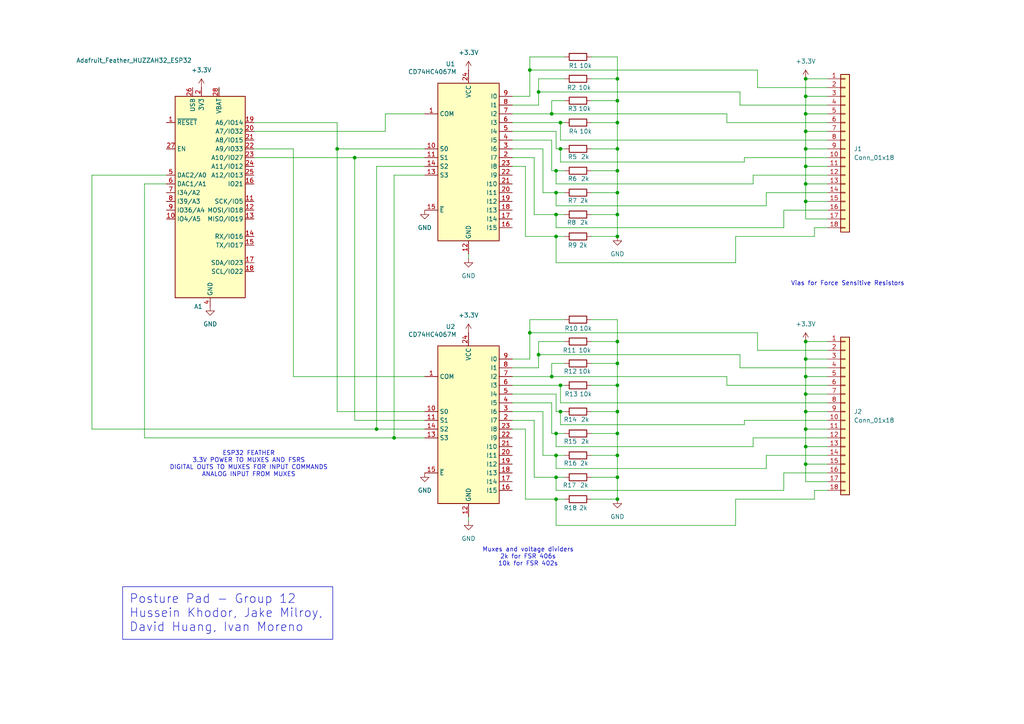
<source format=kicad_sch>
(kicad_sch (version 20231120) (generator "eeschema") (generator_version "8.0")
  (paper "A4")
  (title_block (title "Posture Pad - Group 12") (date "11/19/2025") (rev "1") (company "Portland State University"))
  (lib_symbols
    (symbol "74xx:CD74HC4067M"
      (property "Reference" "U" (at -8.89 22.86 0))
      (property "Value" "CD74HC4067M" (at 1.27 22.86 0))
      (symbol "CD74HC4067M_0_1"
        (rectangle (start -8.89 21.59) (end 8.89 -24.13) (stroke (width 0.254)) (fill (type background)))
      )
      (symbol "CD74HC4067M_1_1"
        (pin passive line (at -12.7 12.7 0) (length 3.81) (name "COM") (number "1"))
        (pin input line (at -12.7 2.54 0) (length 3.81) (name "S0") (number "10"))
        (pin input line (at -12.7 0 0) (length 3.81) (name "S1") (number "11"))
        (pin power_in line (at 0 -27.94 90) (length 3.81) (name "GND") (number "12"))
        (pin input line (at -12.7 -5.08 0) (length 3.81) (name "S3") (number "13"))
        (pin input line (at -12.7 -2.54 0) (length 3.81) (name "S2") (number "14"))
        (pin input line (at -12.7 -15.24 0) (length 3.81) (name "~{E}") (number "15"))
        (pin passive line (at 12.7 -20.32 180) (length 3.81) (name "I15") (number "16"))
        (pin passive line (at 12.7 -17.78 180) (length 3.81) (name "I14") (number "17"))
        (pin passive line (at 12.7 -15.24 180) (length 3.81) (name "I13") (number "18"))
        (pin passive line (at 12.7 -12.7 180) (length 3.81) (name "I12") (number "19"))
        (pin passive line (at 12.7 0 180) (length 3.81) (name "I7") (number "2"))
        (pin passive line (at 12.7 -10.16 180) (length 3.81) (name "I11") (number "20"))
        (pin passive line (at 12.7 -7.62 180) (length 3.81) (name "I10") (number "21"))
        (pin passive line (at 12.7 -5.08 180) (length 3.81) (name "I9") (number "22"))
        (pin passive line (at 12.7 -2.54 180) (length 3.81) (name "I8") (number "23"))
        (pin power_in line (at 0 25.4 270) (length 3.81) (name "VCC") (number "24"))
        (pin passive line (at 12.7 2.54 180) (length 3.81) (name "I6") (number "3"))
        (pin passive line (at 12.7 5.08 180) (length 3.81) (name "I5") (number "4"))
        (pin passive line (at 12.7 7.62 180) (length 3.81) (name "I4") (number "5"))
        (pin passive line (at 12.7 10.16 180) (length 3.81) (name "I3") (number "6"))
        (pin passive line (at 12.7 12.7 180) (length 3.81) (name "I2") (number "7"))
        (pin passive line (at 12.7 15.24 180) (length 3.81) (name "I1") (number "8"))
        (pin passive line (at 12.7 17.78 180) (length 3.81) (name "I0") (number "9"))
      )
    )
    (symbol "Connector_Generic:Conn_01x18" (pin_names (offset 1.016) hide)
      (property "Reference" "J" (at 0 22.86 0))
      (property "Value" "Conn_01x18" (at 0 -25.4 0))
      (symbol "Conn_01x18_1_1"
        (rectangle (start -1.27 -22.733) (end 0 -22.987) (stroke (width 0.1524)))
        (rectangle (start -1.27 -20.193) (end 0 -20.447) (stroke (width 0.1524)))
        (rectangle (start -1.27 -17.653) (end 0 -17.907) (stroke (width 0.1524)))
        (rectangle (start -1.27 -15.113) (end 0 -15.367) (stroke (width 0.1524)))
        (rectangle (start -1.27 -12.573) (end 0 -12.827) (stroke (width 0.1524)))
        (rectangle (start -1.27 -10.033) (end 0 -10.287) (stroke (width 0.1524)))
        (rectangle (start -1.27 -7.493) (end 0 -7.747) (stroke (width 0.1524)))
        (rectangle (start -1.27 -4.953) (end 0 -5.207) (stroke (width 0.1524)))
        (rectangle (start -1.27 -2.413) (end 0 -2.667) (stroke (width 0.1524)))
        (rectangle (start -1.27 0.127) (end 0 -0.127) (stroke (width 0.1524)))
        (rectangle (start -1.27 2.667) (end 0 2.413) (stroke (width 0.1524)))
        (rectangle (start -1.27 5.207) (end 0 4.953) (stroke (width 0.1524)))
        (rectangle (start -1.27 7.747) (end 0 7.493) (stroke (width 0.1524)))
        (rectangle (start -1.27 10.287) (end 0 10.033) (stroke (width 0.1524)))
        (rectangle (start -1.27 12.827) (end 0 12.573) (stroke (width 0.1524)))
        (rectangle (start -1.27 15.367) (end 0 15.113) (stroke (width 0.1524)))
        (rectangle (start -1.27 17.907) (end 0 17.653) (stroke (width 0.1524)))
        (rectangle (start -1.27 20.447) (end 0 20.193) (stroke (width 0.1524)))
        (rectangle (start -1.27 21.59) (end 1.27 -24.13) (stroke (width 0.254)) (fill (type background)))
        (pin passive line (at -5.08 20.32 0) (length 3.81) (name "Pin_1") (number "1"))
        (pin passive line (at -5.08 -2.54 0) (length 3.81) (name "Pin_10") (number "10"))
        (pin passive line (at -5.08 -5.08 0) (length 3.81) (name "Pin_11") (number "11"))
        (pin passive line (at -5.08 -7.62 0) (length 3.81) (name "Pin_12") (number "12"))
        (pin passive line (at -5.08 -10.16 0) (length 3.81) (name "Pin_13") (number "13"))
        (pin passive line (at -5.08 -12.7 0) (length 3.81) (name "Pin_14") (number "14"))
        (pin passive line (at -5.08 -15.24 0) (length 3.81) (name "Pin_15") (number "15"))
        (pin passive line (at -5.08 -17.78 0) (length 3.81) (name "Pin_16") (number "16"))
        (pin passive line (at -5.08 -20.32 0) (length 3.81) (name "Pin_17") (number "17"))
        (pin passive line (at -5.08 -22.86 0) (length 3.81) (name "Pin_18") (number "18"))
        (pin passive line (at -5.08 17.78 0) (length 3.81) (name "Pin_2") (number "2"))
        (pin passive line (at -5.08 15.24 0) (length 3.81) (name "Pin_3") (number "3"))
        (pin passive line (at -5.08 12.7 0) (length 3.81) (name "Pin_4") (number "4"))
        (pin passive line (at -5.08 10.16 0) (length 3.81) (name "Pin_5") (number "5"))
        (pin passive line (at -5.08 7.62 0) (length 3.81) (name "Pin_6") (number "6"))
        (pin passive line (at -5.08 5.08 0) (length 3.81) (name "Pin_7") (number "7"))
        (pin passive line (at -5.08 2.54 0) (length 3.81) (name "Pin_8") (number "8"))
        (pin passive line (at -5.08 0 0) (length 3.81) (name "Pin_9") (number "9"))
      )
    )
    (symbol "Device:R" (pin_numbers hide) (pin_names (offset 0))
      (property "Reference" "R" (at 2.032 0 90))
      (property "Value" "R" (at 0 0 90))
      (symbol "R_0_1"
        (rectangle (start -1.016 -2.54) (end 1.016 2.54) (stroke (width 0.254)))
      )
      (symbol "R_1_1"
        (pin passive line (at 0 3.81 270) (length 1.27) (name "~") (number "1"))
        (pin passive line (at 0 -3.81 90) (length 1.27) (name "~") (number "2"))
      )
    )
    (symbol "MCU_Module:Adafruit_Feather_HUZZAH32_ESP32"
      (property "Reference" "A" (at -10.16 29.21 0))
      (property "Value" "Adafruit_Feather_HUZZAH32_ESP32" (at 2.54 -31.75 0))
      (symbol "Adafruit_Feather_HUZZAH32_ESP32_0_1"
        (rectangle (start -10.16 27.94) (end 10.16 -30.48) (stroke (width 0.254)) (fill (type background)))
      )
      (symbol "Adafruit_Feather_HUZZAH32_ESP32_1_1"
        (pin input line (at 12.7 20.32 180) (length 2.54) (name "~{RESET}") (number "1"))
        (pin bidirectional line (at 12.7 -7.62 180) (length 2.54) (name "IO4/A5") (number "10"))
        (pin bidirectional line (at -12.7 -2.54 0) (length 2.54) (name "SCK/IO5") (number "11"))
        (pin bidirectional line (at -12.7 -5.08 0) (length 2.54) (name "MOSI/IO18") (number "12"))
        (pin bidirectional line (at -12.7 -7.62 0) (length 2.54) (name "MISO/IO19") (number "13"))
        (pin bidirectional line (at -12.7 -12.7 0) (length 2.54) (name "RX/IO16") (number "14"))
        (pin bidirectional line (at -12.7 -15.24 0) (length 2.54) (name "TX/IO17") (number "15"))
        (pin bidirectional line (at -12.7 2.54 0) (length 2.54) (name "IO21") (number "16"))
        (pin bidirectional line (at -12.7 -20.32 0) (length 2.54) (name "SDA/IO23") (number "17"))
        (pin bidirectional line (at -12.7 -22.86 0) (length 2.54) (name "SCL/IO22") (number "18"))
        (pin bidirectional line (at -12.7 20.32 0) (length 2.54) (name "A6/IO14") (number "19"))
        (pin power_in line (at 2.54 30.48 270) (length 2.54) (name "3V3") (number "2"))
        (pin bidirectional line (at -12.7 17.78 0) (length 2.54) (name "A7/IO32") (number "20"))
        (pin bidirectional line (at -12.7 15.24 0) (length 2.54) (name "A8/IO15") (number "21"))
        (pin bidirectional line (at -12.7 12.7 0) (length 2.54) (name "A9/IO33") (number "22"))
        (pin bidirectional line (at -12.7 10.16 0) (length 2.54) (name "A10/IO27") (number "23"))
        (pin bidirectional line (at -12.7 7.62 0) (length 2.54) (name "A11/IO12") (number "24"))
        (pin bidirectional line (at -12.7 5.08 0) (length 2.54) (name "A12/IO13") (number "25"))
        (pin power_in line (at 5.08 30.48 270) (length 2.54) (name "USB") (number "26"))
        (pin input line (at 12.7 12.7 180) (length 2.54) (name "EN") (number "27"))
        (pin power_in line (at -2.54 30.48 270) (length 2.54) (name "VBAT") (number "28"))
        (pin no_connect line (at 10.16 10.16 180) (length 2.54) hide (name "NC") (number "3"))
        (pin power_in line (at 0 -33.02 90) (length 2.54) (name "GND") (number "4"))
        (pin bidirectional line (at 12.7 5.08 180) (length 2.54) (name "DAC2/A0") (number "5"))
        (pin bidirectional line (at 12.7 2.54 180) (length 2.54) (name "DAC1/A1") (number "6"))
        (pin bidirectional line (at 12.7 0 180) (length 2.54) (name "I34/A2") (number "7"))
        (pin bidirectional line (at 12.7 -2.54 180) (length 2.54) (name "I39/A3") (number "8"))
        (pin bidirectional line (at 12.7 -5.08 180) (length 2.54) (name "IO36/A4") (number "9"))
      )
    )
    (symbol "power:+3.3V" (power) (pin_numbers hide) (pin_names (offset 0) hide)
      (property "Value" "+3.3V" (at 0 3.556 0))
      (symbol "+3.3V_0_1"
        (polyline (pts (xy -0.762 1.27) (xy 0 2.54)))
        (polyline (pts (xy 0 0) (xy 0 2.54)))
        (polyline (pts (xy 0 2.54) (xy 0.762 1.27)))
      )
      (symbol "+3.3V_1_1"
        (pin power_in line (at 0 0 90) (length 0) (name "~") (number "1"))
      )
    )
    (symbol "power:GND" (power) (pin_numbers hide) (pin_names (offset 0) hide)
      (property "Value" "GND" (at 0 -3.81 0))
      (symbol "GND_0_1"
        (polyline (pts (xy 0 0) (xy 0 -1.27) (xy 1.27 -1.27) (xy 0 -2.54) (xy -1.27 -1.27) (xy 0 -1.27)))
      )
      (symbol "GND_1_1"
        (pin power_in line (at 0 0 270) (length 0) (name "~") (number "1"))
      )
    )
  )
  (junction (at 179.07 119.38))
  (junction (at 161.29 68.58))
  (junction (at 233.68 53.34))
  (junction (at 179.07 35.56))
  (junction (at 153.67 96.52))
  (junction (at 233.68 109.22))
  (junction (at 179.07 68.58))
  (junction (at 179.07 105.41))
  (junction (at 233.68 129.54))
  (junction (at 233.68 114.3))
  (junction (at 161.29 125.73))
  (junction (at 233.68 104.14))
  (junction (at 233.68 38.1))
  (junction (at 153.67 20.32))
  (junction (at 179.07 144.78))
  (junction (at 179.07 55.88))
  (junction (at 179.07 22.86))
  (junction (at 179.07 125.73))
  (junction (at 161.29 138.43))
  (junction (at 179.07 43.18))
  (junction (at 109.22 124.46))
  (junction (at 233.68 134.62))
  (junction (at 233.68 27.94))
  (junction (at 114.3 127))
  (junction (at 179.07 49.53))
  (junction (at 161.29 55.88))
  (junction (at 102.87 45.72))
  (junction (at 179.07 29.21))
  (junction (at 233.68 43.18))
  (junction (at 179.07 99.06))
  (junction (at 233.68 22.86))
  (junction (at 179.07 132.08))
  (junction (at 179.07 111.76))
  (junction (at 97.79 43.18))
  (junction (at 233.68 48.26))
  (junction (at 156.21 102.87))
  (junction (at 162.56 111.76))
  (junction (at 161.29 49.53))
  (junction (at 161.29 144.78))
  (junction (at 162.56 35.56))
  (junction (at 162.56 119.38))
  (junction (at 160.02 109.22))
  (junction (at 161.29 132.08))
  (junction (at 233.68 99.06))
  (junction (at 233.68 124.46))
  (junction (at 233.68 119.38))
  (junction (at 179.07 138.43))
  (junction (at 160.02 33.02))
  (junction (at 162.56 43.18))
  (junction (at 156.21 26.67))
  (junction (at 179.07 62.23))
  (junction (at 233.68 58.42))
  (junction (at 233.68 33.02))
  (junction (at 161.29 62.23))
  (wire (pts (xy 179.07 138.43) (xy 179.07 144.78)))
  (wire (pts (xy 153.67 20.32) (xy 153.67 27.94)))
  (wire (pts (xy 233.68 58.42) (xy 233.68 53.34)))
  (wire (pts (xy 233.68 129.54) (xy 233.68 124.46)))
  (wire (pts (xy 156.21 106.68) (xy 148.59 106.68)))
  (wire (pts (xy 148.59 35.56) (xy 162.56 35.56)))
  (wire (pts (xy 179.07 22.86) (xy 179.07 29.21)))
  (wire (pts (xy 210.82 111.76) (xy 210.82 109.22)))
  (wire (pts (xy 222.25 59.69) (xy 222.25 55.88)))
  (wire (pts (xy 63.5 26.67) (xy 63.5 25.4)))
  (wire (pts (xy 214.63 30.48) (xy 214.63 26.67)))
  (wire (pts (xy 161.29 49.53) (xy 160.02 49.53)))
  (wire (pts (xy 114.3 127) (xy 123.19 127)))
  (wire (pts (xy 161.29 152.4) (xy 213.36 152.4)))
  (wire (pts (xy 179.07 105.41) (xy 179.07 111.76)))
  (wire (pts (xy 157.48 55.88) (xy 157.48 43.18)))
  (wire (pts (xy 179.07 92.71) (xy 179.07 99.06)))
  (wire (pts (xy 240.03 38.1) (xy 233.68 38.1)))
  (wire (pts (xy 213.36 76.2) (xy 213.36 68.58)))
  (wire (pts (xy 179.07 99.06) (xy 179.07 105.41)))
  (wire (pts (xy 233.68 99.06) (xy 233.68 104.14)))
  (wire (pts (xy 26.67 50.8) (xy 26.67 124.46)))
  (wire (pts (xy 236.22 68.58) (xy 236.22 66.04)))
  (wire (pts (xy 171.45 29.21) (xy 179.07 29.21)))
  (wire (pts (xy 162.56 43.18) (xy 162.56 46.99)))
  (wire (pts (xy 85.09 43.18) (xy 85.09 109.22)))
  (wire (pts (xy 233.68 134.62) (xy 233.68 129.54)))
  (wire (pts (xy 218.44 127) (xy 240.03 127)))
  (wire (pts (xy 114.3 50.8) (xy 114.3 127)))
  (wire (pts (xy 162.56 43.18) (xy 163.83 43.18)))
  (wire (pts (xy 154.94 62.23) (xy 154.94 45.72)))
  (wire (pts (xy 179.07 49.53) (xy 179.07 55.88)))
  (wire (pts (xy 215.9 46.99) (xy 215.9 45.72)))
  (wire (pts (xy 153.67 104.14) (xy 148.59 104.14)))
  (wire (pts (xy 160.02 29.21) (xy 163.83 29.21)))
  (wire (pts (xy 240.03 30.48) (xy 214.63 30.48)))
  (wire (pts (xy 153.67 96.52) (xy 153.67 104.14)))
  (wire (pts (xy 161.29 66.04) (xy 227.33 66.04)))
  (wire (pts (xy 171.45 62.23) (xy 179.07 62.23)))
  (wire (pts (xy 222.25 55.88) (xy 240.03 55.88)))
  (wire (pts (xy 135.89 73.66) (xy 135.89 74.93)))
  (wire (pts (xy 161.29 68.58) (xy 161.29 76.2)))
  (wire (pts (xy 227.33 60.96) (xy 240.03 60.96)))
  (wire (pts (xy 161.29 144.78) (xy 161.29 152.4)))
  (wire (pts (xy 156.21 102.87) (xy 156.21 106.68)))
  (wire (pts (xy 111.76 33.02) (xy 111.76 38.1)))
  (wire (pts (xy 148.59 33.02) (xy 160.02 33.02)))
  (wire (pts (xy 240.03 101.6) (xy 219.71 101.6)))
  (wire (pts (xy 179.07 62.23) (xy 179.07 68.58)))
  (wire (pts (xy 215.9 45.72) (xy 240.03 45.72)))
  (wire (pts (xy 73.66 43.18) (xy 85.09 43.18)))
  (wire (pts (xy 233.68 27.94) (xy 233.68 33.02)))
  (wire (pts (xy 233.68 27.94) (xy 240.03 27.94)))
  (wire (pts (xy 160.02 105.41) (xy 163.83 105.41)))
  (wire (pts (xy 227.33 142.24) (xy 227.33 137.16)))
  (wire (pts (xy 163.83 92.71) (xy 153.67 92.71)))
  (wire (pts (xy 227.33 66.04) (xy 227.33 60.96)))
  (wire (pts (xy 161.29 68.58) (xy 152.4 68.58)))
  (wire (pts (xy 222.25 132.08) (xy 240.03 132.08)))
  (wire (pts (xy 213.36 144.78) (xy 236.22 144.78)))
  (wire (pts (xy 153.67 16.51) (xy 153.67 20.32)))
  (wire (pts (xy 240.03 129.54) (xy 233.68 129.54)))
  (wire (pts (xy 163.83 62.23) (xy 161.29 62.23)))
  (wire (pts (xy 179.07 111.76) (xy 179.07 119.38)))
  (wire (pts (xy 109.22 124.46) (xy 123.19 124.46)))
  (wire (pts (xy 213.36 68.58) (xy 236.22 68.58)))
  (wire (pts (xy 160.02 125.73) (xy 160.02 116.84)))
  (wire (pts (xy 152.4 68.58) (xy 152.4 48.26)))
  (wire (pts (xy 111.76 38.1) (xy 73.66 38.1)))
  (wire (pts (xy 102.87 45.72) (xy 102.87 121.92)))
  (wire (pts (xy 233.68 43.18) (xy 233.68 38.1)))
  (wire (pts (xy 162.56 111.76) (xy 162.56 116.84)))
  (wire (pts (xy 26.67 50.8) (xy 48.26 50.8)))
  (wire (pts (xy 148.59 111.76) (xy 162.56 111.76)))
  (wire (pts (xy 162.56 111.76) (xy 163.83 111.76)))
  (wire (pts (xy 154.94 45.72) (xy 148.59 45.72)))
  (wire (pts (xy 240.03 139.7) (xy 233.68 139.7)))
  (wire (pts (xy 162.56 123.19) (xy 215.9 123.19)))
  (wire (pts (xy 240.03 119.38) (xy 233.68 119.38)))
  (wire (pts (xy 179.07 119.38) (xy 179.07 125.73)))
  (wire (pts (xy 156.21 30.48) (xy 148.59 30.48)))
  (wire (pts (xy 156.21 99.06) (xy 156.21 102.87)))
  (wire (pts (xy 97.79 119.38) (xy 97.79 43.18)))
  (wire (pts (xy 161.29 38.1) (xy 148.59 38.1)))
  (wire (pts (xy 233.68 63.5) (xy 233.68 58.42)))
  (wire (pts (xy 171.45 125.73) (xy 179.07 125.73)))
  (wire (pts (xy 161.29 119.38) (xy 161.29 114.3)))
  (wire (pts (xy 161.29 43.18) (xy 162.56 43.18)))
  (wire (pts (xy 240.03 109.22) (xy 233.68 109.22)))
  (wire (pts (xy 97.79 43.18) (xy 123.19 43.18)))
  (wire (pts (xy 240.03 63.5) (xy 233.68 63.5)))
  (wire (pts (xy 163.83 138.43) (xy 161.29 138.43)))
  (wire (pts (xy 162.56 116.84) (xy 240.03 116.84)))
  (wire (pts (xy 161.29 142.24) (xy 227.33 142.24)))
  (wire (pts (xy 152.4 144.78) (xy 152.4 124.46)))
  (wire (pts (xy 210.82 33.02) (xy 160.02 33.02)))
  (wire (pts (xy 227.33 137.16) (xy 240.03 137.16)))
  (wire (pts (xy 163.83 125.73) (xy 161.29 125.73)))
  (wire (pts (xy 160.02 49.53) (xy 160.02 40.64)))
  (wire (pts (xy 171.45 43.18) (xy 179.07 43.18)))
  (wire (pts (xy 161.29 132.08) (xy 161.29 135.89)))
  (wire (pts (xy 102.87 121.92) (xy 123.19 121.92)))
  (wire (pts (xy 179.07 29.21) (xy 179.07 35.56)))
  (wire (pts (xy 163.83 16.51) (xy 153.67 16.51)))
  (wire (pts (xy 161.29 59.69) (xy 222.25 59.69)))
  (wire (pts (xy 179.07 16.51) (xy 179.07 22.86)))
  (wire (pts (xy 97.79 119.38) (xy 123.19 119.38)))
  (wire (pts (xy 161.29 53.34) (xy 218.44 53.34)))
  (wire (pts (xy 179.07 55.88) (xy 179.07 62.23)))
  (wire (pts (xy 161.29 138.43) (xy 161.29 142.24)))
  (wire (pts (xy 160.02 109.22) (xy 160.02 105.41)))
  (wire (pts (xy 233.68 119.38) (xy 233.68 114.3)))
  (wire (pts (xy 179.07 35.56) (xy 179.07 43.18)))
  (wire (pts (xy 162.56 35.56) (xy 163.83 35.56)))
  (wire (pts (xy 240.03 58.42) (xy 233.68 58.42)))
  (wire (pts (xy 163.83 22.86) (xy 156.21 22.86)))
  (wire (pts (xy 162.56 119.38) (xy 162.56 123.19)))
  (wire (pts (xy 215.9 123.19) (xy 215.9 121.92)))
  (wire (pts (xy 162.56 46.99) (xy 215.9 46.99)))
  (wire (pts (xy 171.45 16.51) (xy 179.07 16.51)))
  (wire (pts (xy 157.48 132.08) (xy 157.48 119.38)))
  (wire (pts (xy 233.68 124.46) (xy 233.68 119.38)))
  (wire (pts (xy 109.22 48.26) (xy 109.22 124.46)))
  (wire (pts (xy 240.03 134.62) (xy 233.68 134.62)))
  (wire (pts (xy 171.45 132.08) (xy 179.07 132.08)))
  (wire (pts (xy 219.71 20.32) (xy 153.67 20.32)))
  (wire (pts (xy 161.29 125.73) (xy 160.02 125.73)))
  (wire (pts (xy 156.21 22.86) (xy 156.21 26.67)))
  (wire (pts (xy 171.45 144.78) (xy 179.07 144.78)))
  (wire (pts (xy 153.67 92.71) (xy 153.67 96.52)))
  (wire (pts (xy 240.03 53.34) (xy 233.68 53.34)))
  (wire (pts (xy 215.9 121.92) (xy 240.03 121.92)))
  (wire (pts (xy 162.56 40.64) (xy 240.03 40.64)))
  (wire (pts (xy 233.68 109.22) (xy 233.68 114.3)))
  (wire (pts (xy 97.79 43.18) (xy 97.79 35.56)))
  (wire (pts (xy 233.68 22.86) (xy 240.03 22.86)))
  (wire (pts (xy 171.45 99.06) (xy 179.07 99.06)))
  (wire (pts (xy 240.03 33.02) (xy 233.68 33.02)))
  (wire (pts (xy 236.22 142.24) (xy 240.03 142.24)))
  (wire (pts (xy 161.29 129.54) (xy 218.44 129.54)))
  (wire (pts (xy 163.83 99.06) (xy 156.21 99.06)))
  (wire (pts (xy 240.03 25.4) (xy 219.71 25.4)))
  (wire (pts (xy 171.45 92.71) (xy 179.07 92.71)))
  (wire (pts (xy 152.4 48.26) (xy 148.59 48.26)))
  (wire (pts (xy 218.44 129.54) (xy 218.44 127)))
  (wire (pts (xy 218.44 50.8) (xy 240.03 50.8)))
  (wire (pts (xy 236.22 66.04) (xy 240.03 66.04)))
  (wire (pts (xy 161.29 49.53) (xy 161.29 53.34)))
  (wire (pts (xy 163.83 49.53) (xy 161.29 49.53)))
  (wire (pts (xy 171.45 68.58) (xy 179.07 68.58)))
  (wire (pts (xy 161.29 55.88) (xy 161.29 59.69)))
  (wire (pts (xy 154.94 138.43) (xy 154.94 121.92)))
  (wire (pts (xy 26.67 124.46) (xy 109.22 124.46)))
  (wire (pts (xy 148.59 109.22) (xy 160.02 109.22)))
  (wire (pts (xy 240.03 106.68) (xy 214.63 106.68)))
  (wire (pts (xy 157.48 119.38) (xy 148.59 119.38)))
  (wire (pts (xy 41.91 53.34) (xy 41.91 127)))
  (wire (pts (xy 171.45 119.38) (xy 179.07 119.38)))
  (wire (pts (xy 73.66 35.56) (xy 97.79 35.56)))
  (wire (pts (xy 214.63 102.87) (xy 156.21 102.87)))
  (wire (pts (xy 114.3 50.8) (xy 123.19 50.8)))
  (wire (pts (xy 171.45 49.53) (xy 179.07 49.53)))
  (wire (pts (xy 102.87 45.72) (xy 123.19 45.72)))
  (wire (pts (xy 161.29 119.38) (xy 162.56 119.38)))
  (wire (pts (xy 161.29 114.3) (xy 148.59 114.3)))
  (wire (pts (xy 233.68 139.7) (xy 233.68 134.62)))
  (wire (pts (xy 157.48 132.08) (xy 161.29 132.08)))
  (wire (pts (xy 218.44 53.34) (xy 218.44 50.8)))
  (wire (pts (xy 240.03 114.3) (xy 233.68 114.3)))
  (wire (pts (xy 219.71 25.4) (xy 219.71 20.32)))
  (wire (pts (xy 161.29 62.23) (xy 154.94 62.23)))
  (wire (pts (xy 161.29 135.89) (xy 222.25 135.89)))
  (wire (pts (xy 161.29 125.73) (xy 161.29 129.54)))
  (wire (pts (xy 233.68 22.86) (xy 233.68 27.94)))
  (wire (pts (xy 41.91 127) (xy 114.3 127)))
  (wire (pts (xy 161.29 55.88) (xy 163.83 55.88)))
  (wire (pts (xy 219.71 96.52) (xy 153.67 96.52)))
  (wire (pts (xy 162.56 119.38) (xy 163.83 119.38)))
  (wire (pts (xy 161.29 132.08) (xy 163.83 132.08)))
  (wire (pts (xy 210.82 35.56) (xy 210.82 33.02)))
  (wire (pts (xy 233.68 53.34) (xy 233.68 48.26)))
  (wire (pts (xy 179.07 132.08) (xy 179.07 138.43)))
  (wire (pts (xy 179.07 43.18) (xy 179.07 49.53)))
  (wire (pts (xy 222.25 135.89) (xy 222.25 132.08)))
  (wire (pts (xy 157.48 55.88) (xy 161.29 55.88)))
  (wire (pts (xy 163.83 144.78) (xy 161.29 144.78)))
  (wire (pts (xy 161.29 62.23) (xy 161.29 66.04)))
  (wire (pts (xy 171.45 111.76) (xy 179.07 111.76)))
  (wire (pts (xy 109.22 48.26) (xy 123.19 48.26)))
  (wire (pts (xy 233.68 104.14) (xy 240.03 104.14)))
  (wire (pts (xy 214.63 106.68) (xy 214.63 102.87)))
  (wire (pts (xy 157.48 43.18) (xy 148.59 43.18)))
  (wire (pts (xy 85.09 109.22) (xy 123.19 109.22)))
  (wire (pts (xy 171.45 138.43) (xy 179.07 138.43)))
  (wire (pts (xy 219.71 101.6) (xy 219.71 96.52)))
  (wire (pts (xy 233.68 99.06) (xy 240.03 99.06)))
  (wire (pts (xy 171.45 55.88) (xy 179.07 55.88)))
  (wire (pts (xy 240.03 35.56) (xy 210.82 35.56)))
  (wire (pts (xy 213.36 152.4) (xy 213.36 144.78)))
  (wire (pts (xy 210.82 109.22) (xy 160.02 109.22)))
  (wire (pts (xy 41.91 53.34) (xy 48.26 53.34)))
  (wire (pts (xy 240.03 124.46) (xy 233.68 124.46)))
  (wire (pts (xy 240.03 111.76) (xy 210.82 111.76)))
  (wire (pts (xy 161.29 144.78) (xy 152.4 144.78)))
  (wire (pts (xy 152.4 124.46) (xy 148.59 124.46)))
  (wire (pts (xy 179.07 125.73) (xy 179.07 132.08)))
  (wire (pts (xy 240.03 48.26) (xy 233.68 48.26)))
  (wire (pts (xy 160.02 116.84) (xy 148.59 116.84)))
  (wire (pts (xy 171.45 105.41) (xy 179.07 105.41)))
  (wire (pts (xy 162.56 35.56) (xy 162.56 40.64)))
  (wire (pts (xy 236.22 144.78) (xy 236.22 142.24)))
  (wire (pts (xy 240.03 43.18) (xy 233.68 43.18)))
  (wire (pts (xy 154.94 121.92) (xy 148.59 121.92)))
  (wire (pts (xy 160.02 40.64) (xy 148.59 40.64)))
  (wire (pts (xy 111.76 33.02) (xy 123.19 33.02)))
  (wire (pts (xy 161.29 76.2) (xy 213.36 76.2)))
  (wire (pts (xy 161.29 43.18) (xy 161.29 38.1)))
  (wire (pts (xy 163.83 68.58) (xy 161.29 68.58)))
  (wire (pts (xy 73.66 45.72) (xy 102.87 45.72)))
  (wire (pts (xy 160.02 33.02) (xy 160.02 29.21)))
  (wire (pts (xy 153.67 27.94) (xy 148.59 27.94)))
  (wire (pts (xy 156.21 26.67) (xy 156.21 30.48)))
  (wire (pts (xy 161.29 138.43) (xy 154.94 138.43)))
  (wire (pts (xy 135.89 149.86) (xy 135.89 151.13)))
  (wire (pts (xy 233.68 48.26) (xy 233.68 43.18)))
  (wire (pts (xy 233.68 33.02) (xy 233.68 38.1)))
  (wire (pts (xy 171.45 22.86) (xy 179.07 22.86)))
  (wire (pts (xy 233.68 104.14) (xy 233.68 109.22)))
  (wire (pts (xy 214.63 26.67) (xy 156.21 26.67)))
  (wire (pts (xy 171.45 35.56) (xy 179.07 35.56)))
  (text_box "Posture Pad - Group 12\nHussein Khodor, Jake Milroy, David Huang, Ivan Moreno\n" (at 35.56 170.18 0) (size 60.96 15.24) (effects (font (size 2.54 2.54)) (justify left top)))
  (text "Muxes and voltage dividers\n2k for FSR 406s\n10k for FSR 402s" (at 153.162 161.544 0) (effects (font (size 1.27 1.27))))
  (text "Vias for Force Sensitive Resistors" (at 245.872 82.296 0) (effects (font (size 1.27 1.27))))
  (text "ESP32 FEATHER\n3.3V POWER TO MUXES AND FSRS\nDIGITAL OUTS TO MUXES FOR INPUT COMMANDS\nANALOG INPUT FROM MUXES\n" (at 72.136 134.62 0) (effects (font (size 1.27 1.27))))
  (symbol (lib_id "Connector_Generic:Conn_01x18") (at 245.11 119.38 0) (unit 1)
    (property "Reference" "J2" (at 247.65 119.3799 0) (effects (justify left)))
    (property "Value" "Conn_01x18" (at 247.65 121.9199 0) (effects (justify left)))
    (property "Footprint" "Connector_PinHeader_2.54mm:PinHeader_1x18_P2.54mm_Vertical" (effects (hide yes)))
    (property "Description" "Generic connector, single row, 01x18, script generated (kicad-library-utils/schlib/autogen/connector/)" (effects (hide yes)))
  )
  (symbol (lib_id "MCU_Module:Adafruit_Feather_HUZZAH32_ESP32") (at 60.96 55.88 0) (mirror y) (unit 1)
    (property "Reference" "A1" (at 58.7659 88.9 0) (effects (justify left)))
    (property "Value" "Adafruit_Feather_HUZZAH32_ESP32" (at 55.626 17.526 0) (effects (justify left)))
    (property "Footprint" "Module:Adafruit_Feather_WithMountingHoles" (effects (hide yes)))
    (property "Datasheet" "https://cdn-learn.adafruit.com/downloads/pdf/adafruit-huzzah32-esp32-feather.pdf" (effects (hide yes)))
    (property "Description" "Microcontroller module with ESP32 MCU" (effects (hide yes)))
  )
  (symbol (lib_id "Device:R") (at 167.64 105.41 90) (unit 1)
    (property "Reference" "R12" (at 167.386 107.696 90) (effects (justify left)))
    (property "Value" "10k" (at 171.45 107.696 90) (effects (justify left)))
    (property "Footprint" "Resistor_SMD:R_0603_1608Metric" (effects (hide yes)))
    (property "Description" "Resistor" (effects (hide yes)))
  )
  (symbol (lib_id "Device:R") (at 167.64 132.08 90) (unit 1)
    (property "Reference" "R16" (at 167.386 134.366 90) (effects (justify left)))
    (property "Value" "2k" (at 170.688 134.366 90) (effects (justify left)))
    (property "Footprint" "Resistor_SMD:R_0603_1608Metric" (effects (hide yes)))
    (property "Description" "Resistor" (effects (hide yes)))
  )
  (symbol (lib_id "Device:R") (at 167.64 16.51 90) (unit 1)
    (property "Reference" "R1" (at 167.64 19.05 90) (effects (justify left)))
    (property "Value" "10k" (at 171.704 19.05 90) (effects (justify left)))
    (property "Footprint" "Resistor_SMD:R_0603_1608Metric" (effects (hide yes)))
    (property "Description" "Resistor" (effects (hide yes)))
  )
  (symbol (lib_id "power:GND") (at 123.19 137.16 0) (unit 1)
    (property "Reference" "#PWR04" (effects (hide yes)))
    (property "Value" "GND" (at 123.19 142.24 0))
    (property "Description" "Power symbol creates a global label with name \"GND\" , ground" (effects (hide yes)))
  )
  (symbol (lib_id "Device:R") (at 167.64 144.78 90) (unit 1)
    (property "Reference" "R18" (at 167.386 147.32 90) (effects (justify left)))
    (property "Value" "2k" (at 170.434 147.32 90) (effects (justify left)))
    (property "Footprint" "Resistor_SMD:R_0603_1608Metric" (effects (hide yes)))
    (property "Description" "Resistor" (effects (hide yes)))
  )
  (symbol (lib_id "74xx:CD74HC4067M") (at 135.89 45.72 0) (unit 1)
    (property "Reference" "U1" (at 129.286 18.542 0) (effects (justify left)))
    (property "Value" "CD74HC4067M" (at 118.364 20.828 0) (effects (justify left)))
    (property "Footprint" "Package_SO:SOIC-24W_7.5x15.4mm_P1.27mm" (effects (hide yes)))
    (property "Datasheet" "http://www.ti.com/lit/ds/symlink/cd74hc4067.pdf" (effects (hide yes)))
    (property "Description" "High-Speed CMOS Logic 16-Channel Analog Multiplexer/Demultiplexer, SOIC-24" (effects (hide yes)))
  )
  (symbol (lib_id "power:GND") (at 123.19 60.96 0) (unit 1)
    (property "Reference" "#PWR018" (effects (hide yes)))
    (property "Value" "GND" (at 123.19 66.04 0))
    (property "Description" "Power symbol creates a global label with name \"GND\" , ground" (effects (hide yes)))
  )
  (symbol (lib_id "Device:R") (at 167.64 92.71 90) (unit 1)
    (property "Reference" "R10" (at 167.64 95.25 90) (effects (justify left)))
    (property "Value" "10k" (at 171.704 95.25 90) (effects (justify left)))
    (property "Footprint" "Resistor_SMD:R_0603_1608Metric" (effects (hide yes)))
    (property "Description" "Resistor" (effects (hide yes)))
  )
  (symbol (lib_id "Connector_Generic:Conn_01x18") (at 245.11 43.18 0) (unit 1)
    (property "Reference" "J1" (at 247.65 43.1799 0) (effects (justify left)))
    (property "Value" "Conn_01x18" (at 247.65 45.7199 0) (effects (justify left)))
    (property "Footprint" "Connector_PinHeader_2.54mm:PinHeader_1x18_P2.54mm_Vertical" (effects (hide yes)))
    (property "Description" "Generic connector, single row, 01x18, script generated (kicad-library-utils/schlib/autogen/connector/)" (effects (hide yes)))
  )
  (symbol (lib_id "Device:R") (at 167.64 62.23 90) (unit 1)
    (property "Reference" "R8" (at 167.132 64.516 90) (effects (justify left)))
    (property "Value" "2k" (at 170.688 64.516 90) (effects (justify left)))
    (property "Footprint" "Resistor_SMD:R_0603_1608Metric" (effects (hide yes)))
    (property "Description" "Resistor" (effects (hide yes)))
  )
  (symbol (lib_id "Device:R") (at 167.64 119.38 90) (unit 1)
    (property "Reference" "R14" (at 167.386 121.666 90) (effects (justify left)))
    (property "Value" "2k" (at 170.942 121.666 90) (effects (justify left)))
    (property "Footprint" "Resistor_SMD:R_0603_1608Metric" (effects (hide yes)))
    (property "Description" "Resistor" (effects (hide yes)))
  )
  (symbol (lib_id "Device:R") (at 167.64 22.86 90) (unit 1)
    (property "Reference" "R2" (at 167.132 25.4 90) (effects (justify left)))
    (property "Value" "10k" (at 171.45 25.4 90) (effects (justify left)))
    (property "Footprint" "Resistor_SMD:R_0603_1608Metric" (effects (hide yes)))
    (property "Description" "Resistor" (effects (hide yes)))
  )
  (symbol (lib_id "74xx:CD74HC4067M") (at 135.89 121.92 0) (unit 1)
    (property "Reference" "U2" (at 129.286 94.742 0) (effects (justify left)))
    (property "Value" "CD74HC4067M" (at 118.364 97.028 0) (effects (justify left)))
    (property "Footprint" "Package_SO:SOIC-24W_7.5x15.4mm_P1.27mm" (effects (hide yes)))
    (property "Datasheet" "http://www.ti.com/lit/ds/symlink/cd74hc4067.pdf" (effects (hide yes)))
    (property "Description" "High-Speed CMOS Logic 16-Channel Analog Multiplexer/Demultiplexer, SOIC-24" (effects (hide yes)))
  )
  (symbol (lib_id "Device:R") (at 167.64 138.43 90) (unit 1)
    (property "Reference" "R17" (at 167.132 140.716 90) (effects (justify left)))
    (property "Value" "2k" (at 170.688 140.716 90) (effects (justify left)))
    (property "Footprint" "Resistor_SMD:R_0603_1608Metric" (effects (hide yes)))
    (property "Description" "Resistor" (effects (hide yes)))
  )
  (symbol (lib_id "power:GND") (at 179.07 144.78 0) (unit 1)
    (property "Reference" "#PWR010" (effects (hide yes)))
    (property "Value" "GND" (at 179.07 149.86 0))
    (property "Description" "Power symbol creates a global label with name \"GND\" , ground" (effects (hide yes)))
  )
  (symbol (lib_id "power:+3.3V") (at 58.42 25.4 0) (mirror y) (unit 1)
    (property "Reference" "#PWR05" (effects (hide yes)))
    (property "Value" "+3.3V" (at 58.42 20.32 0))
    (property "Description" "Power symbol creates a global label with name \"+3.3V\"" (effects (hide yes)))
  )
  (symbol (lib_id "power:GND") (at 135.89 74.93 0) (unit 1)
    (property "Reference" "#PWR06" (effects (hide yes)))
    (property "Value" "GND" (at 135.89 80.01 0))
    (property "Description" "Power symbol creates a global label with name \"GND\" , ground" (effects (hide yes)))
  )
  (symbol (lib_id "Device:R") (at 167.64 111.76 90) (unit 1)
    (property "Reference" "R13" (at 167.64 114.3 90) (effects (justify left)))
    (property "Value" "10k" (at 171.704 114.3 90) (effects (justify left)))
    (property "Footprint" "Resistor_SMD:R_0603_1608Metric" (effects (hide yes)))
    (property "Description" "Resistor" (effects (hide yes)))
  )
  (symbol (lib_id "Device:R") (at 167.64 99.06 90) (unit 1)
    (property "Reference" "R11" (at 167.132 101.6 90) (effects (justify left)))
    (property "Value" "10k" (at 171.45 101.6 90) (effects (justify left)))
    (property "Footprint" "Resistor_SMD:R_0603_1608Metric" (effects (hide yes)))
    (property "Description" "Resistor" (effects (hide yes)))
  )
  (symbol (lib_id "power:+3.3V") (at 135.89 96.52 0) (unit 1)
    (property "Reference" "#PWR08" (effects (hide yes)))
    (property "Value" "+3.3V" (at 135.89 91.44 0))
    (property "Description" "Power symbol creates a global label with name \"+3.3V\"" (effects (hide yes)))
  )
  (symbol (lib_id "power:+3.3V") (at 233.68 22.86 0) (unit 1)
    (property "Reference" "#PWR02" (effects (hide yes)))
    (property "Value" "+3.3V" (at 233.68 17.78 0))
    (property "Description" "Power symbol creates a global label with name \"+3.3V\"" (effects (hide yes)))
  )
  (symbol (lib_id "Device:R") (at 167.64 125.73 90) (unit 1)
    (property "Reference" "R15" (at 167.386 128.016 90) (effects (justify left)))
    (property "Value" "2k" (at 170.942 128.016 90) (effects (justify left)))
    (property "Footprint" "Resistor_SMD:R_0603_1608Metric" (effects (hide yes)))
    (property "Description" "Resistor" (effects (hide yes)))
  )
  (symbol (lib_id "power:+3.3V") (at 233.68 99.06 0) (unit 1)
    (property "Reference" "#PWR011" (effects (hide yes)))
    (property "Value" "+3.3V" (at 233.68 93.98 0))
    (property "Description" "Power symbol creates a global label with name \"+3.3V\"" (effects (hide yes)))
  )
  (symbol (lib_id "Device:R") (at 167.64 35.56 90) (unit 1)
    (property "Reference" "R4" (at 167.64 38.1 90) (effects (justify left)))
    (property "Value" "10k" (at 171.704 38.1 90) (effects (justify left)))
    (property "Footprint" "Resistor_SMD:R_0603_1608Metric" (effects (hide yes)))
    (property "Description" "Resistor" (effects (hide yes)))
  )
  (symbol (lib_id "power:GND") (at 179.07 68.58 0) (unit 1)
    (property "Reference" "#PWR01" (effects (hide yes)))
    (property "Value" "GND" (at 179.07 73.66 0))
    (property "Description" "Power symbol creates a global label with name \"GND\" , ground" (effects (hide yes)))
  )
  (symbol (lib_id "power:+3.3V") (at 135.89 20.32 0) (unit 1)
    (property "Reference" "#PWR07" (effects (hide yes)))
    (property "Value" "+3.3V" (at 135.89 15.24 0))
    (property "Description" "Power symbol creates a global label with name \"+3.3V\"" (effects (hide yes)))
  )
  (symbol (lib_id "Device:R") (at 167.64 49.53 90) (unit 1)
    (property "Reference" "R6" (at 167.386 51.816 90) (effects (justify left)))
    (property "Value" "2k" (at 170.942 51.816 90) (effects (justify left)))
    (property "Footprint" "Resistor_SMD:R_0603_1608Metric" (effects (hide yes)))
    (property "Description" "Resistor" (effects (hide yes)))
  )
  (symbol (lib_id "power:GND") (at 60.96 88.9 0) (mirror y) (unit 1)
    (property "Reference" "#PWR03" (effects (hide yes)))
    (property "Value" "GND" (at 60.96 93.98 0))
    (property "Description" "Power symbol creates a global label with name \"GND\" , ground" (effects (hide yes)))
  )
  (symbol (lib_id "power:GND") (at 135.89 151.13 0) (unit 1)
    (property "Reference" "#PWR09" (effects (hide yes)))
    (property "Value" "GND" (at 135.89 156.21 0))
    (property "Description" "Power symbol creates a global label with name \"GND\" , ground" (effects (hide yes)))
  )
  (symbol (lib_id "Device:R") (at 167.64 43.18 90) (unit 1)
    (property "Reference" "R5" (at 167.386 45.466 90) (effects (justify left)))
    (property "Value" "2k" (at 170.942 45.466 90) (effects (justify left)))
    (property "Footprint" "Resistor_SMD:R_0603_1608Metric" (effects (hide yes)))
    (property "Description" "Resistor" (effects (hide yes)))
  )
  (symbol (lib_id "Device:R") (at 167.64 29.21 90) (unit 1)
    (property "Reference" "R3" (at 167.386 31.496 90) (effects (justify left)))
    (property "Value" "10k" (at 171.45 31.496 90) (effects (justify left)))
    (property "Footprint" "Resistor_SMD:R_0603_1608Metric" (effects (hide yes)))
    (property "Description" "Resistor" (effects (hide yes)))
  )
  (symbol (lib_id "Device:R") (at 167.64 55.88 90) (unit 1)
    (property "Reference" "R7" (at 167.386 58.166 90) (effects (justify left)))
    (property "Value" "2k" (at 170.688 58.166 90) (effects (justify left)))
    (property "Footprint" "Resistor_SMD:R_0603_1608Metric" (effects (hide yes)))
    (property "Description" "Resistor" (effects (hide yes)))
  )
  (symbol (lib_id "Device:R") (at 167.64 68.58 90) (unit 1)
    (property "Reference" "R9" (at 167.386 71.12 90) (effects (justify left)))
    (property "Value" "2k" (at 170.434 71.12 90) (effects (justify left)))
    (property "Footprint" "Resistor_SMD:R_0603_1608Metric" (effects (hide yes)))
    (property "Description" "Resistor" (effects (hide yes)))
  )
)
</source>
